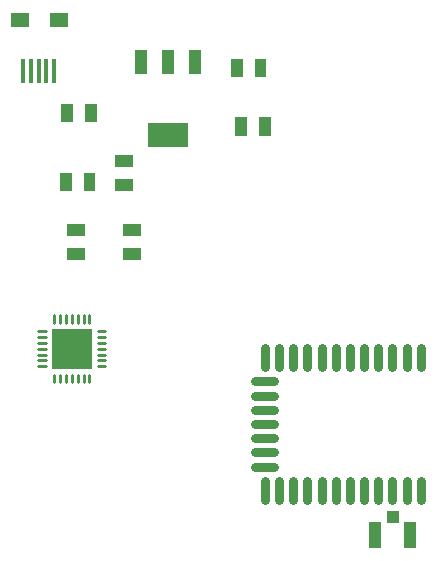
<source format=gtp>
G04 Layer: TopPasteMaskLayer*
G04 EasyEDA v6.4.17, 2021-03-16T21:25:48--4:00*
G04 02908657a6854e8f96d385e85a04b694,7db2125e4611476bb2993bf99425ef50,10*
G04 Gerber Generator version 0.2*
G04 Scale: 100 percent, Rotated: No, Reflected: No *
G04 Dimensions in millimeters *
G04 leading zeros omitted , absolute positions ,4 integer and 5 decimal *
%FSLAX45Y45*%
%MOMM*%

%ADD12C,0.2800*%
%ADD13C,0.8000*%
%ADD15R,1.0000X1.0500*%
%ADD16R,1.0500X2.2000*%
%ADD17R,0.4000X2.0000*%
%ADD18R,1.6000X1.1999*%
%ADD20R,1.0922X2.1590*%
%ADD21R,3.5052X2.1590*%
%ADD22R,3.5000X3.5000*%
%ADD23R,1.5500X1.0000*%

%LPD*%
D12*
X4408512Y1204239D02*
G01*
X4346514Y1204239D01*
X4408512Y1154201D02*
G01*
X4346514Y1154201D01*
X4408512Y1104163D02*
G01*
X4346514Y1104163D01*
X4408512Y1054125D02*
G01*
X4346514Y1054125D01*
X4408512Y1004087D02*
G01*
X4346514Y1004087D01*
X4408512Y954049D02*
G01*
X4346514Y954049D01*
X4408512Y904011D02*
G01*
X4346514Y904011D01*
X4277639Y835111D02*
G01*
X4277639Y773112D01*
X4227601Y835111D02*
G01*
X4227601Y773112D01*
X4177563Y835111D02*
G01*
X4177563Y773112D01*
X4127525Y835111D02*
G01*
X4127525Y773112D01*
X4077487Y835111D02*
G01*
X4077487Y773112D01*
X4027449Y835111D02*
G01*
X4027449Y773112D01*
X3977411Y835111D02*
G01*
X3977411Y773112D01*
X3908513Y904011D02*
G01*
X3846515Y904011D01*
X3908513Y954049D02*
G01*
X3846515Y954049D01*
X3908513Y1004087D02*
G01*
X3846515Y1004087D01*
X3908513Y1054125D02*
G01*
X3846515Y1054125D01*
X3908513Y1104163D02*
G01*
X3846515Y1104163D01*
X3908513Y1154201D02*
G01*
X3846515Y1154201D01*
X3908513Y1204239D02*
G01*
X3846515Y1204239D01*
X3977411Y1335110D02*
G01*
X3977411Y1273111D01*
X4027449Y1335110D02*
G01*
X4027449Y1273111D01*
X4077487Y1335110D02*
G01*
X4077487Y1273111D01*
X4127525Y1335110D02*
G01*
X4127525Y1273111D01*
X4177563Y1335110D02*
G01*
X4177563Y1273111D01*
X4227601Y1335110D02*
G01*
X4227601Y1273111D01*
X4277639Y1335110D02*
G01*
X4277639Y1273111D01*
D13*
X7082713Y-68996D02*
G01*
X7082713Y-228996D01*
X6962698Y-68996D02*
G01*
X6962698Y-228996D01*
X6842709Y-68996D02*
G01*
X6842709Y-228996D01*
X6722719Y-68996D02*
G01*
X6722719Y-228996D01*
X6602704Y-68996D02*
G01*
X6602704Y-228996D01*
X6482715Y-68996D02*
G01*
X6482715Y-228996D01*
X6362700Y-68996D02*
G01*
X6362700Y-228996D01*
X6242710Y-68996D02*
G01*
X6242710Y-228996D01*
X6122720Y-68996D02*
G01*
X6122720Y-228996D01*
X6002705Y-68996D02*
G01*
X6002705Y-228996D01*
X5882716Y-68996D02*
G01*
X5882716Y-228996D01*
X5762701Y-68996D02*
G01*
X5762701Y-228996D01*
X5682701Y56006D02*
G01*
X5842701Y56006D01*
X5682701Y175996D02*
G01*
X5842701Y175996D01*
X5682701Y296011D02*
G01*
X5842701Y296011D01*
X5682701Y416001D02*
G01*
X5842701Y416001D01*
X5682701Y535990D02*
G01*
X5842701Y535990D01*
X5682701Y656005D02*
G01*
X5842701Y656005D01*
X5682701Y775995D02*
G01*
X5842701Y775995D01*
X5762701Y1060998D02*
G01*
X5762701Y900998D01*
X5882716Y1060998D02*
G01*
X5882716Y900998D01*
X6002705Y1060998D02*
G01*
X6002705Y900998D01*
X6122720Y1060998D02*
G01*
X6122720Y900998D01*
X6242710Y1060998D02*
G01*
X6242710Y900998D01*
X6362700Y1060998D02*
G01*
X6362700Y900998D01*
X6482715Y1060998D02*
G01*
X6482715Y900998D01*
X6602704Y1060998D02*
G01*
X6602704Y900998D01*
X6722719Y1060998D02*
G01*
X6722719Y900998D01*
X6842709Y1060998D02*
G01*
X6842709Y900998D01*
X6962698Y1060998D02*
G01*
X6962698Y900998D01*
X7082713Y1060998D02*
G01*
X7082713Y900998D01*
D15*
G01*
X6845300Y-368198D03*
D16*
G01*
X6992797Y-520700D03*
G01*
X6697802Y-520700D03*
D17*
G01*
X3719144Y3403904D03*
G01*
X3784142Y3403904D03*
G01*
X3849141Y3403904D03*
G01*
X3914140Y3403904D03*
G01*
X3979138Y3403904D03*
D18*
G01*
X3688537Y3835095D03*
G01*
X4016400Y3833469D03*
G36*
X5476100Y3506500D02*
G01*
X5576100Y3506500D01*
X5576100Y3351499D01*
X5476100Y3351499D01*
G37*
G36*
X5676099Y3506500D02*
G01*
X5776099Y3506500D01*
X5776099Y3351499D01*
X5676099Y3351499D01*
G37*
D20*
G01*
X5170170Y3484879D03*
G01*
X4939029Y3484879D03*
G01*
X4710429Y3484879D03*
D21*
G01*
X4939029Y2865120D03*
D22*
G01*
X4127525Y1054100D03*
D23*
G01*
X4572000Y2639999D03*
G01*
X4572000Y2440000D03*
G36*
X4041000Y3125500D02*
G01*
X4141000Y3125500D01*
X4141000Y2970499D01*
X4041000Y2970499D01*
G37*
G36*
X4240999Y3125500D02*
G01*
X4340999Y3125500D01*
X4340999Y2970499D01*
X4240999Y2970499D01*
G37*
G36*
X4028300Y2541300D02*
G01*
X4128300Y2541300D01*
X4128300Y2386299D01*
X4028300Y2386299D01*
G37*
G36*
X4228299Y2541300D02*
G01*
X4328299Y2541300D01*
X4328299Y2386299D01*
X4228299Y2386299D01*
G37*
G01*
X4635500Y2055799D03*
G01*
X4635500Y1855800D03*
G01*
X4165600Y2055799D03*
G01*
X4165600Y1855800D03*
G36*
X5514200Y3011200D02*
G01*
X5614200Y3011200D01*
X5614200Y2856199D01*
X5514200Y2856199D01*
G37*
G36*
X5714199Y3011200D02*
G01*
X5814199Y3011200D01*
X5814199Y2856199D01*
X5714199Y2856199D01*
G37*
M02*

</source>
